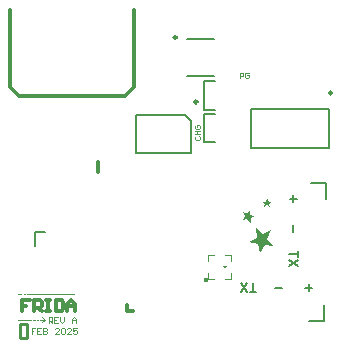
<source format=gbr>
%TF.GenerationSoftware,Altium Limited,Altium Designer,22.7.1 (60)*%
G04 Layer_Color=65535*
%FSLAX45Y45*%
%MOMM*%
%TF.SameCoordinates,1A5FE687-02E9-4ECA-85C8-40D928D14E81*%
%TF.FilePolarity,Positive*%
%TF.FileFunction,Legend,Top*%
%TF.Part,Single*%
G01*
G75*
%TA.AperFunction,NonConductor*%
%ADD56C,0.10000*%
%ADD57C,0.12500*%
%ADD66C,0.25000*%
%ADD67C,0.25400*%
%ADD68C,0.30000*%
%ADD69C,0.20000*%
%ADD70C,0.17500*%
%ADD71R,0.30000X0.30000*%
G36*
X1909757Y1592547D02*
X1924758Y1577547D01*
X1939758Y1592547D01*
X1909757D01*
D02*
G37*
G36*
X2243541Y1860519D02*
X2312138Y1897160D01*
X2282341Y1822464D01*
X2339888Y1765034D01*
X2257844Y1772432D01*
X2218373Y1700127D01*
X2202638Y1779891D01*
X2123986Y1796658D01*
X2193236Y1833648D01*
X2183121Y1913895D01*
X2243541Y1860519D01*
D02*
G37*
G36*
X2139107Y2027892D02*
X2176525Y2017312D01*
X2139894Y2000730D01*
X2140717Y1960088D01*
X2113722Y1991196D01*
X2074434Y1978829D01*
X2096418Y2013023D01*
X2073893Y2046331D01*
X2111667Y2035650D01*
X2135843Y2068070D01*
X2139107Y2027892D01*
D02*
G37*
G36*
X2291954Y2136617D02*
X2321104D01*
X2298062Y2117183D01*
X2306946Y2088033D01*
X2281127Y2104968D01*
X2255308Y2088033D01*
X2264192Y2117183D01*
X2241149Y2136617D01*
X2270577D01*
X2281404Y2164934D01*
X2291954Y2136617D01*
D02*
G37*
D56*
X170924Y1135754D02*
X281005D01*
X298057Y1136402D02*
X317699D01*
X333024D02*
X336478D01*
X375398Y1115467D02*
X397017Y1137086D01*
X374628Y1159490D02*
X397032Y1137086D01*
X354921D02*
X397032D01*
X247676Y1358778D02*
X643441D01*
X217680Y1358537D02*
X229991D01*
X169178Y1358339D02*
X198316D01*
X1977258Y1632547D02*
Y1685047D01*
X1924758D02*
X1977258D01*
X1924758Y1485047D02*
X1977258D01*
Y1537547D01*
X1777258Y1485047D02*
Y1537547D01*
Y1485047D02*
X1829758D01*
X1777258Y1685047D02*
X1829758D01*
X1777258Y1632547D02*
Y1685047D01*
D57*
X1673655Y2689738D02*
X1665325Y2681408D01*
Y2664747D01*
X1673655Y2656416D01*
X1706978D01*
X1715308Y2664747D01*
Y2681408D01*
X1706978Y2689738D01*
X1665325Y2706399D02*
X1715308D01*
X1690316D01*
Y2739722D01*
X1665325D01*
X1715308D01*
X1673655Y2789706D02*
X1665325Y2781375D01*
Y2764714D01*
X1673655Y2756383D01*
X1706978D01*
X1715308Y2764714D01*
Y2781375D01*
X1706978Y2789706D01*
X1690316D01*
Y2773044D01*
X2046564Y3180826D02*
Y3230810D01*
X2071556D01*
X2079887Y3222479D01*
Y3205818D01*
X2071556Y3197487D01*
X2046564D01*
X2129871Y3222479D02*
X2121540Y3230810D01*
X2104879D01*
X2096548Y3222479D01*
Y3189157D01*
X2104879Y3180826D01*
X2121540D01*
X2129871Y3189157D01*
Y3205818D01*
X2113209D01*
X318422Y1069077D02*
X285100D01*
Y1044085D01*
X301761D01*
X285100D01*
Y1019093D01*
X368406Y1069077D02*
X335083D01*
Y1019093D01*
X368406D01*
X335083Y1044085D02*
X351744D01*
X385067Y1069077D02*
Y1019093D01*
X410059D01*
X418389Y1027424D01*
Y1035755D01*
X410059Y1044085D01*
X385067D01*
X410059D01*
X418389Y1052416D01*
Y1060747D01*
X410059Y1069077D01*
X385067D01*
X518357Y1019093D02*
X485034D01*
X518357Y1052416D01*
Y1060747D01*
X510026Y1069077D01*
X493365D01*
X485034Y1060747D01*
X535018D02*
X543348Y1069077D01*
X560010D01*
X568340Y1060747D01*
Y1027424D01*
X560010Y1019093D01*
X543348D01*
X535018Y1027424D01*
Y1060747D01*
X618324Y1019093D02*
X585001D01*
X618324Y1052416D01*
Y1060747D01*
X609993Y1069077D01*
X593332D01*
X585001Y1060747D01*
X668308Y1069077D02*
X634985D01*
Y1044085D01*
X651646Y1052416D01*
X659977D01*
X668308Y1044085D01*
Y1027424D01*
X659977Y1019093D01*
X643316D01*
X634985Y1027424D01*
X429388Y1108324D02*
Y1158308D01*
X454380D01*
X462711Y1149977D01*
Y1133316D01*
X454380Y1124985D01*
X429388D01*
X446049D02*
X462711Y1108324D01*
X512694Y1158308D02*
X479372D01*
Y1108324D01*
X512694D01*
X479372Y1133316D02*
X496033D01*
X529355Y1158308D02*
Y1124985D01*
X546016Y1108324D01*
X562678Y1124985D01*
Y1158308D01*
X629323Y1108324D02*
Y1141646D01*
X645984Y1158308D01*
X662645Y1141646D01*
Y1108324D01*
Y1133316D01*
X629323D01*
D66*
X1514758Y3527547D02*
G03*
X1514758Y3527547I-12500J0D01*
G01*
X1690258Y2982548D02*
G03*
X1690258Y2982548I-12500J0D01*
G01*
X2828758Y3057547D02*
G03*
X2828758Y3057547I-12500J0D01*
G01*
D67*
X188021Y981265D02*
X250000D01*
X188021Y1100000D02*
X250000D01*
Y981265D02*
Y1100000D01*
X188021Y981265D02*
Y1100000D01*
D68*
X177257Y3035047D02*
X1077258D01*
X1152258Y3110047D01*
X102258D02*
X177257Y3035047D01*
X102258Y3110047D02*
Y3760047D01*
X1152258Y3110047D02*
Y3760047D01*
X1092258Y1210047D02*
X1142258D01*
X1092258D02*
Y1260047D01*
X852254Y2386182D02*
Y2472823D01*
X272473Y1307818D02*
X205828D01*
Y1257834D01*
X239151D01*
X205828D01*
Y1207851D01*
X305796D02*
Y1307818D01*
X355780D01*
X372441Y1291157D01*
Y1257834D01*
X355780Y1241173D01*
X305796D01*
X339119D02*
X372441Y1207851D01*
X405764Y1307818D02*
X439086D01*
X422425D01*
Y1207851D01*
X405764D01*
X439086D01*
X489070Y1307818D02*
Y1207851D01*
X539054D01*
X555715Y1224512D01*
Y1291157D01*
X539054Y1307818D01*
X489070D01*
X589038Y1207851D02*
Y1274496D01*
X622361Y1307818D01*
X655683Y1274496D01*
Y1207851D01*
Y1257834D01*
X589038D01*
D69*
X2631258Y1130047D02*
X2761258D01*
Y1260047D01*
X1599758Y3515047D02*
X1829758D01*
X1599758Y3205047D02*
X1829758D01*
X2782258Y2164047D02*
Y2294047D01*
X2652258D02*
X2782258D01*
X1172257Y2550047D02*
X1632258D01*
X1172257D02*
Y2870048D01*
X1632258Y2550047D02*
Y2820047D01*
X1582257Y2870048D02*
X1632258Y2820047D01*
X1172257Y2870048D02*
X1582257D01*
X2147258Y2595047D02*
Y2925047D01*
X2807258Y2595047D02*
Y2925047D01*
X2147258Y2595047D02*
X2807258D01*
X2147258Y2925047D02*
X2807258D01*
X312973Y1883120D02*
X402258D01*
X312973Y1760047D02*
Y1883120D01*
X2657915Y1410047D02*
X2604599D01*
X2631257Y1383389D02*
Y1436705D01*
X2403915Y1410047D02*
X2350599D01*
X2189903Y1370059D02*
X2136587D01*
X2163245D01*
Y1450033D01*
X2109929Y1370059D02*
X2056613Y1450033D01*
Y1370059D02*
X2109929Y1450033D01*
X2502258Y1936705D02*
Y1883389D01*
X2502257Y2190705D02*
Y2137389D01*
X2528915Y2164047D02*
X2475599D01*
X2542246Y1722693D02*
Y1669377D01*
Y1696035D01*
X2462271D01*
X2542246Y1642719D02*
X2462271Y1589403D01*
X2542246D02*
X2462271Y1642719D01*
D70*
X1747258Y2915047D02*
X1837258D01*
X1747258D02*
Y3155047D01*
X1837258D01*
X1747258Y2640047D02*
X1837258D01*
X1747258D02*
Y2880047D01*
X1837258D01*
D71*
X1762967Y1472677D02*
D03*
%TF.MD5,7699b394ba89a727d0197ee8d122b9b8*%
M02*

</source>
